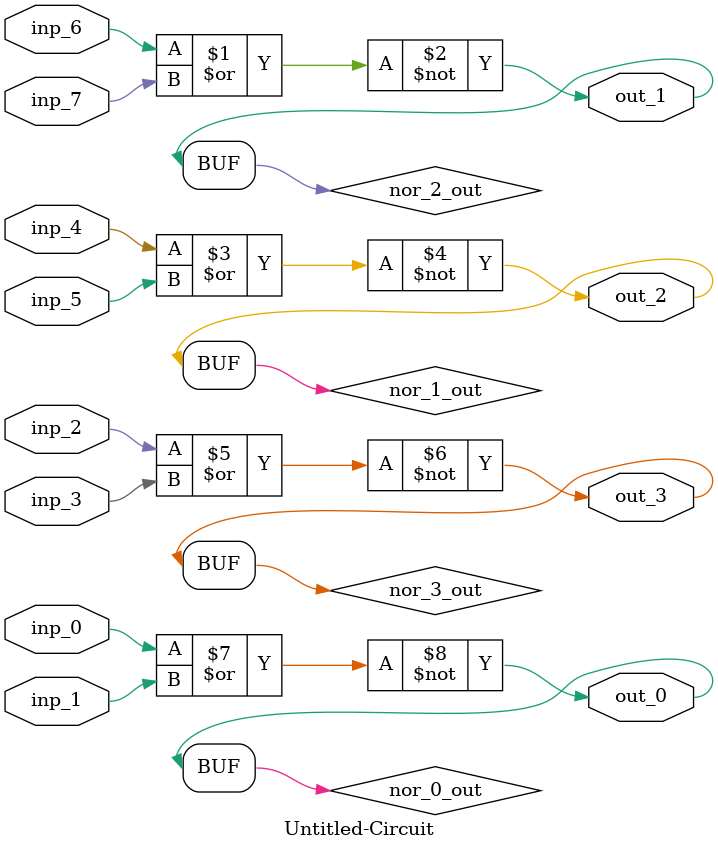
<source format=v>
module TestBench();

  reg inp_0, inp_1, inp_2, inp_3, inp_4, inp_5, inp_6, inp_7;

  wire out_0, out_1, out_2, out_3;

  \Untitled-Circuit  DUT0(out_0, out_1, out_2, out_3, inp_0, inp_1, inp_2, inp_3, inp_4, inp_5, inp_6, inp_7);

  initial begin

    inp_0 = 0;
    inp_1 = 0;
    inp_2 = 0;
    inp_3 = 1;
    inp_4 = 1;
    inp_5 = 0;
    inp_6 = 1;
    inp_7 = 1;

    $display("Flavia Brandi Niffinegger - 649354");

    #15
    $display("a = %b b = %b s = %b", inp_0, inp_1, out_0);
    $display("a = %b b = %b s = %b", inp_2, inp_3, out_1);
    $display("a = %b b = %b s = %b", inp_4, inp_5, out_2);
    $display("a = %b b = %b s = %b", inp_6, inp_7, out_3);
    $finish;

  end
endmodule


module \Untitled-Circuit (out_0, out_1, out_2, out_3, inp_0, inp_1, inp_2, inp_3, inp_4, inp_5, inp_6, inp_7);
  output out_0,  out_1,  out_2,  out_3;
  input inp_0, inp_1, inp_2, inp_3, inp_4, inp_5, inp_6, inp_7;
  wire nor_2_out, nor_1_out, nor_3_out, nor_0_out;
  assign nor_2_out = ~(inp_6 | inp_7);
  assign out_1 = nor_2_out;
  assign nor_1_out = ~(inp_4 | inp_5);
  assign out_2 = nor_1_out;
  assign nor_3_out = ~(inp_2 | inp_3);
  assign out_3 = nor_3_out;
  assign nor_0_out = ~(inp_0 | inp_1);
  assign out_0 = nor_0_out;
endmodule


</source>
